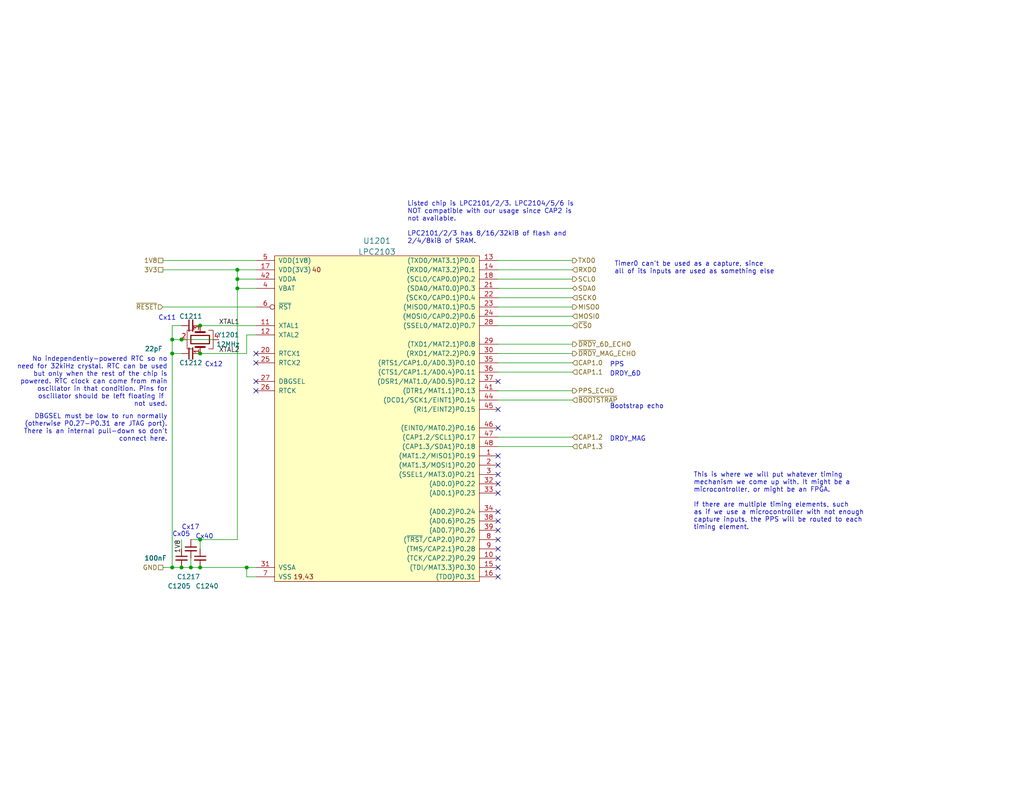
<source format=kicad_sch>
(kicad_sch (version 20230121) (generator eeschema)
  (paper "USLetter")
  (title_block (title "Rollercoasterometer") (date "2022-10-07") (company "Kwan Systems"))
  (lib_symbols
    (symbol "Device:C_Small" (pin_numbers hide) (pin_names (offset 0.254) hide)
      (property "Reference" "C" (at 0.254 1.778 0))
      (property "Value" "C_Small" (at 0.254 -2.032 0))
      (symbol "C_Small_0_1"
        (polyline (pts (xy -1.524 -0.508) (xy 1.524 -0.508)) (stroke (width 0.3302)))
        (polyline (pts (xy -1.524 0.508) (xy 1.524 0.508)) (stroke (width 0.3048)))
      )
      (symbol "C_Small_1_1"
        (pin passive line (at 0 2.54 270) (length 2.032) (name "~") (number "1"))
        (pin passive line (at 0 -2.54 90) (length 2.032) (name "~") (number "2"))
      )
    )
    (symbol "Device:Crystal_GND24" (pin_names (offset 1.016) hide)
      (property "Reference" "Y" (at 3.175 5.08 0))
      (property "Value" "Crystal_GND24" (at 3.175 3.175 0))
      (symbol "Crystal_GND24_0_1"
        (rectangle (start -1.143 2.54) (end 1.143 -2.54) (stroke (width 0.3048)))
        (polyline (pts (xy -2.54 0) (xy -2.032 0)))
        (polyline (pts (xy -2.032 -1.27) (xy -2.032 1.27)) (stroke (width 0.508)))
        (polyline (pts (xy 0 -3.81) (xy 0 -3.556)))
        (polyline (pts (xy 0 3.556) (xy 0 3.81)))
        (polyline (pts (xy 2.032 -1.27) (xy 2.032 1.27)) (stroke (width 0.508)))
        (polyline (pts (xy 2.032 0) (xy 2.54 0)))
        (polyline (pts (xy -2.54 -2.286) (xy -2.54 -3.556) (xy 2.54 -3.556) (xy 2.54 -2.286)))
        (polyline (pts (xy -2.54 2.286) (xy -2.54 3.556) (xy 2.54 3.556) (xy 2.54 2.286)))
      )
      (symbol "Crystal_GND24_1_1"
        (pin passive line (at -3.81 0 0) (length 1.27) (name "1") (number "1"))
        (pin passive line (at 0 5.08 270) (length 1.27) (name "2") (number "2"))
        (pin passive line (at 3.81 0 180) (length 1.27) (name "3") (number "3"))
        (pin passive line (at 0 -5.08 90) (length 1.27) (name "4") (number "4"))
      )
    )
    (symbol "KwanSystems:LPC2103" (pin_names (offset 1.016))
      (property "Reference" "U" (at 59.69 35.56 0))
      (property "Value" "LPC2103" (at 10.16 35.56 0))
      (symbol "LPC2103_0_0"
        (text "19,43" (at 10.16 -53.34 0) (effects (font (size 1.27 1.27)) (justify left)))
        (text "40" (at 16.51 30.48 0) (effects (font (size 1.27 1.27))))
      )
      (symbol "LPC2103_0_1"
        (rectangle (start 5.08 34.29) (end 60.96 -54.61) (fill (type background)))
      )
      (symbol "LPC2103_1_1"
        (pin bidirectional line (at 66.04 -20.32 180) (length 5.08) (name "(MAT1.2/MISO1)P0.19") (number "1"))
        (pin bidirectional line (at 66.04 -48.26 180) (length 5.08) (name "(TCK/CAP2.2)P0.29") (number "10"))
        (pin input line (at 0 15.24 0) (length 5.08) (name "XTAL1") (number "11"))
        (pin output line (at 0 12.7 0) (length 5.08) (name "XTAL2") (number "12"))
        (pin bidirectional line (at 66.04 33.02 180) (length 5.08) (name "(TXD0/MAT3.1)P0.0") (number "13"))
        (pin bidirectional line (at 66.04 30.48 180) (length 5.08) (name "(RXD0/MAT3.2)P0.1") (number "14"))
        (pin bidirectional line (at 66.04 -50.8 180) (length 5.08) (name "(TDI/MAT3.3)P0.30") (number "15"))
        (pin bidirectional line (at 66.04 -53.34 180) (length 5.08) (name "(TDO)P0.31") (number "16"))
        (pin power_in line (at 0 30.48 0) (length 5.08) (name "VDD(3V3)") (number "17"))
        (pin bidirectional line (at 66.04 27.94 180) (length 5.08) (name "(SCL0/CAP0.0)P0.2") (number "18"))
        (pin power_in line (at 0 -53.34 0) (length 5.08) hide (name "VSS") (number "19"))
        (pin bidirectional line (at 66.04 -22.86 180) (length 5.08) (name "(MAT1.3/MOSI1)P0.20") (number "2"))
        (pin input line (at 0 7.62 0) (length 5.08) (name "RTCX1") (number "20"))
        (pin bidirectional line (at 66.04 25.4 180) (length 5.08) (name "(SDA0/MAT0.0)P0.3") (number "21"))
        (pin bidirectional line (at 66.04 22.86 180) (length 5.08) (name "(SCK0/CAP0.1)P0.4") (number "22"))
        (pin bidirectional line (at 66.04 20.32 180) (length 5.08) (name "(MISO0/MAT0.1)P0.5") (number "23"))
        (pin bidirectional line (at 66.04 17.78 180) (length 5.08) (name "(MOSI0/CAP0.2)P0.6") (number "24"))
        (pin output line (at 0 5.08 0) (length 5.08) (name "RTCX2") (number "25"))
        (pin bidirectional line (at 0 -2.54 0) (length 5.08) (name "RTCK") (number "26"))
        (pin input line (at 0 0 0) (length 5.08) (name "DBGSEL") (number "27"))
        (pin bidirectional line (at 66.04 15.24 180) (length 5.08) (name "(SSEL0/MAT2.0)P0.7") (number "28"))
        (pin bidirectional line (at 66.04 10.16 180) (length 5.08) (name "(TXD1/MAT2.1)P0.8") (number "29"))
        (pin bidirectional line (at 66.04 -25.4 180) (length 5.08) (name "(SSEL1/MAT3.0)P0.21") (number "3"))
        (pin bidirectional line (at 66.04 7.62 180) (length 5.08) (name "(RXD1/MAT2.2)P0.9") (number "30"))
        (pin power_in line (at 0 -50.8 0) (length 5.08) (name "VSSA") (number "31"))
        (pin bidirectional line (at 66.04 -27.94 180) (length 5.08) (name "(AD0.0)P0.22") (number "32"))
        (pin bidirectional line (at 66.04 -30.48 180) (length 5.08) (name "(AD0.1)P0.23") (number "33"))
        (pin bidirectional line (at 66.04 -35.56 180) (length 5.08) (name "(AD0.2)P0.24") (number "34"))
        (pin bidirectional line (at 66.04 5.08 180) (length 5.08) (name "(RTS1/CAP1.0/AD0.3)P0.10") (number "35"))
        (pin bidirectional line (at 66.04 2.54 180) (length 5.08) (name "(CTS1/CAP1.1/AD0.4)P0.11") (number "36"))
        (pin bidirectional line (at 66.04 0 180) (length 5.08) (name "(DSR1/MAT1.0/AD0.5)P0.12") (number "37"))
        (pin bidirectional line (at 66.04 -38.1 180) (length 5.08) (name "(AD0.6)P0.25") (number "38"))
        (pin bidirectional line (at 66.04 -40.64 180) (length 5.08) (name "(AD0.7)P0.26") (number "39"))
        (pin power_in line (at 0 25.4 0) (length 5.08) (name "VBAT") (number "4"))
        (pin power_in line (at 0 30.48 0) (length 5.08) hide (name "VDD(3V3)") (number "40"))
        (pin bidirectional line (at 66.04 -2.54 180) (length 5.08) (name "(DTR1/MAT1.1)P0.13") (number "41"))
        (pin power_in line (at 0 27.94 0) (length 5.08) (name "VDDA") (number "42"))
        (pin power_in line (at 0 -53.34 0) (length 5.08) hide (name "VSS") (number "43"))
        (pin bidirectional line (at 66.04 -5.08 180) (length 5.08) (name "(DCD1/SCK1/EINT1)P0.14") (number "44"))
        (pin bidirectional line (at 66.04 -7.62 180) (length 5.08) (name "(RI1/EINT2)P0.15") (number "45"))
        (pin bidirectional line (at 66.04 -12.7 180) (length 5.08) (name "(EINT0/MAT0.2)P0.16") (number "46"))
        (pin bidirectional line (at 66.04 -15.24 180) (length 5.08) (name "(CAP1.2/SCL1)P0.17") (number "47"))
        (pin bidirectional line (at 66.04 -17.78 180) (length 5.08) (name "(CAP1.3/SDA1)P0.18") (number "48"))
        (pin power_in line (at 0 33.02 0) (length 5.08) (name "VDD(1V8)") (number "5"))
        (pin bidirectional inverted (at 0 20.32 0) (length 5.08) (name "~{RST}") (number "6"))
        (pin power_in line (at 0 -53.34 0) (length 5.08) (name "VSS") (number "7"))
        (pin bidirectional line (at 66.04 -43.18 180) (length 5.08) (name "(~{TRST}/CAP2.0)P0.27") (number "8"))
        (pin bidirectional line (at 66.04 -45.72 180) (length 5.08) (name "(TMS/CAP2.1)P0.28") (number "9"))
      )
    )
  )
  (junction (at 49.53 92.71))
  (junction (at 46.99 154.94))
  (junction (at 54.61 147.32))
  (junction (at 54.61 154.94))
  (junction (at 52.07 154.94))
  (junction (at 46.99 92.71))
  (junction (at 46.99 96.52))
  (junction (at 49.53 154.94))
  (junction (at 64.77 76.2))
  (junction (at 54.61 96.52))
  (junction (at 64.77 78.74))
  (junction (at 54.61 88.9))
  (junction (at 67.31 154.94))
  (junction (at 64.77 73.66))
  (no_connect (at 135.89 124.46))
  (no_connect (at 135.89 127))
  (no_connect (at 135.89 129.54))
  (no_connect (at 135.89 132.08))
  (no_connect (at 135.89 134.62))
  (no_connect (at 135.89 139.7))
  (no_connect (at 135.89 142.24))
  (no_connect (at 135.89 104.14))
  (no_connect (at 135.89 111.76))
  (no_connect (at 135.89 116.84))
  (no_connect (at 135.89 152.4))
  (no_connect (at 69.85 104.14))
  (no_connect (at 69.85 99.06))
  (no_connect (at 135.89 154.94))
  (no_connect (at 69.85 96.52))
  (no_connect (at 69.85 106.68))
  (no_connect (at 135.89 147.32))
  (no_connect (at 135.89 149.86))
  (no_connect (at 135.89 157.48))
  (no_connect (at 135.89 144.78))
  (wire (pts (xy 135.89 73.66) (xy 156.21 73.66)))
  (wire (pts (xy 54.61 147.32) (xy 54.61 149.86)))
  (wire (pts (xy 64.77 76.2) (xy 69.85 76.2)))
  (wire (pts (xy 135.89 99.06) (xy 156.21 99.06)))
  (wire (pts (xy 49.53 88.9) (xy 46.99 88.9)))
  (wire (pts (xy 46.99 92.71) (xy 46.99 96.52)))
  (wire (pts (xy 49.53 154.94) (xy 52.07 154.94)))
  (wire (pts (xy 49.53 147.32) (xy 49.53 149.86)))
  (wire (pts (xy 52.07 154.94) (xy 54.61 154.94)))
  (wire (pts (xy 44.45 73.66) (xy 64.77 73.66)))
  (wire (pts (xy 49.53 92.71) (xy 59.69 92.71)))
  (wire (pts (xy 64.77 78.74) (xy 69.85 78.74)))
  (wire (pts (xy 135.89 121.92) (xy 156.21 121.92)))
  (wire (pts (xy 54.61 147.32) (xy 52.07 147.32)))
  (wire (pts (xy 54.61 154.94) (xy 67.31 154.94)))
  (wire (pts (xy 67.31 157.48) (xy 69.85 157.48)))
  (wire (pts (xy 135.89 88.9) (xy 156.21 88.9)))
  (wire (pts (xy 46.99 92.71) (xy 49.53 92.71)))
  (wire (pts (xy 64.77 78.74) (xy 64.77 147.32)))
  (wire (pts (xy 64.77 73.66) (xy 69.85 73.66)))
  (wire (pts (xy 135.89 119.38) (xy 156.21 119.38)))
  (wire (pts (xy 44.45 154.94) (xy 46.99 154.94)))
  (wire (pts (xy 67.31 154.94) (xy 69.85 154.94)))
  (wire (pts (xy 135.89 96.52) (xy 156.21 96.52)))
  (wire (pts (xy 46.99 154.94) (xy 49.53 154.94)))
  (wire (pts (xy 44.45 71.12) (xy 69.85 71.12)))
  (wire (pts (xy 67.31 96.52) (xy 54.61 96.52)))
  (wire (pts (xy 135.89 83.82) (xy 156.21 83.82)))
  (wire (pts (xy 64.77 76.2) (xy 64.77 73.66)))
  (wire (pts (xy 135.89 109.22) (xy 156.21 109.22)))
  (wire (pts (xy 46.99 96.52) (xy 49.53 96.52)))
  (wire (pts (xy 44.45 83.82) (xy 69.85 83.82)))
  (wire (pts (xy 135.89 71.12) (xy 156.21 71.12)))
  (wire (pts (xy 67.31 91.44) (xy 67.31 96.52)))
  (wire (pts (xy 69.85 91.44) (xy 67.31 91.44)))
  (wire (pts (xy 67.31 154.94) (xy 67.31 157.48)))
  (wire (pts (xy 135.89 86.36) (xy 156.21 86.36)))
  (wire (pts (xy 135.89 78.74) (xy 156.21 78.74)))
  (wire (pts (xy 135.89 93.98) (xy 156.21 93.98)))
  (wire (pts (xy 135.89 81.28) (xy 156.21 81.28)))
  (wire (pts (xy 135.89 76.2) (xy 156.21 76.2)))
  (wire (pts (xy 54.61 88.9) (xy 69.85 88.9)))
  (wire (pts (xy 135.89 101.6) (xy 156.21 101.6)))
  (wire (pts (xy 52.07 152.4) (xy 52.07 154.94)))
  (wire (pts (xy 64.77 76.2) (xy 64.77 78.74)))
  (wire (pts (xy 135.89 106.68) (xy 156.21 106.68)))
  (wire (pts (xy 46.99 96.52) (xy 46.99 154.94)))
  (wire (pts (xy 54.61 147.32) (xy 64.77 147.32)))
  (wire (pts (xy 46.99 88.9) (xy 46.99 92.71)))
  (text "No independently-powered RTC so no\nneed for 32kiHz crystal. RTC can be used\nbut only when the rest of the chip is\npowered. RTC clock can come from main\noscillator in that condition. Pins for\noscillator should be left floating if \nnot used." (at 45.72 111.125 0) (effects (font (size 1.27 1.27)) (justify right bottom)))
  (text "Listed chip is LPC2101/2/3. LPC2104/5/6 is \nNOT compatible with our usage since CAP2 is\nnot available.\n\nLPC2101/2/3 has 8/16/32kiB of flash and \n2/4/8kiB of SRAM." (at 111.125 66.675 0) (effects (font (size 1.27 1.27)) (justify left bottom)))
  (text "PPS" (at 166.37 100.33 0) (effects (font (size 1.27 1.27)) (justify left bottom)))
  (text "Cx05" (at 46.99 146.685 0) (effects (font (size 1.27 1.27)) (justify left bottom)))
  (text "Timer0 can't be used as a capture, since\nall of its inputs are used as something else" (at 167.64 74.93 0) (effects (font (size 1.27 1.27)) (justify left bottom)))
  (text "DRDY_6D" (at 166.37 102.87 0) (effects (font (size 1.27 1.27)) (justify left bottom)))
  (text "Cx12" (at 55.88 100.33 0) (effects (font (size 1.27 1.27)) (justify left bottom)))
  (text "DBGSEL must be low to run normally\n(otherwise P0.27-P0.31 are JTAG port).\nThere is an internal pull-down so don't\nconnect here." (at 45.72 120.65 0) (effects (font (size 1.27 1.27)) (justify right bottom)))
  (text "DRDY_MAG" (at 166.37 120.65 0) (effects (font (size 1.27 1.27)) (justify left bottom)))
  (text "Cx17" (at 49.53 144.78 0) (effects (font (size 1.27 1.27)) (justify left bottom)))
  (text "This is where we will put whatever timing\nmechanism we come up with. It might be a\nmicrocontroller, or might be an FPGA.\n\nIf there are multiple timing elements, such\nas if we use a microcontroller with not enough\ncapture inputs, the PPS will be routed to each\ntiming element." (at 189.23 144.78 0) (effects (font (size 1.27 1.27)) (justify left bottom)))
  (text "Cx11" (at 43.18 87.63 0) (effects (font (size 1.27 1.27)) (justify left bottom)))
  (text "Cx40" (at 53.34 147.32 0) (effects (font (size 1.27 1.27)) (justify left bottom)))
  (text "Bootstrap echo" (at 166.37 111.76 0) (effects (font (size 1.27 1.27)) (justify left bottom)))
  (label "XTAL1" (at 59.69 88.9 0))
  (label "1V8" (at 49.53 147.32 270))
  (label "XTAL2" (at 59.69 96.52 0))
  (hierarchical_label "MOSI0" (shape input) (at 156.21 86.36 0))
  (hierarchical_label "~{DRDY}_MAG_ECHO" (shape output) (at 156.21 96.52 0))
  (hierarchical_label "CAP1.0" (shape input) (at 156.21 99.06 0))
  (hierarchical_label "SDA0" (shape bidirectional) (at 156.21 78.74 0))
  (hierarchical_label "3V3" (shape passive) (at 44.45 73.66 180))
  (hierarchical_label "~{RESET}" (shape input) (at 44.45 83.82 180))
  (hierarchical_label "SCL0" (shape output) (at 156.21 76.2 0))
  (hierarchical_label "CAP1.2" (shape input) (at 156.21 119.38 0))
  (hierarchical_label "CAP1.1" (shape input) (at 156.21 101.6 0))
  (hierarchical_label "1V8" (shape passive) (at 44.45 71.12 180))
  (hierarchical_label "~{BOOTSTRAP}" (shape input) (at 156.21 109.22 0))
  (hierarchical_label "SCK0" (shape input) (at 156.21 81.28 0))
  (hierarchical_label "PPS_ECHO" (shape output) (at 156.21 106.68 0))
  (hierarchical_label "CAP1.3" (shape input) (at 156.21 121.92 0))
  (hierarchical_label "GND" (shape passive) (at 44.45 154.94 180))
  (hierarchical_label "MISO0" (shape output) (at 156.21 83.82 0))
  (hierarchical_label "~{CS}0" (shape input) (at 156.21 88.9 0))
  (hierarchical_label "RXD0" (shape input) (at 156.21 73.66 0))
  (hierarchical_label "TXD0" (shape output) (at 156.21 71.12 0))
  (hierarchical_label "~{DRDY}_6D_ECHO" (shape output) (at 156.21 93.98 0))
  (symbol (lib_id "Device:C_Small") (at 49.53 152.4 0) (unit 1)
    (property "Reference" "C1205" (at 45.72 160.02 0) (effects (justify left)))
    (property "Value" "100nF" (at 39.37 152.4 0) (effects (justify left)))
    (property "Footprint" "Capacitor_SMD:C_0603_1608Metric" (effects hide))
    (property "Digikey" "399-C0402C104K4RAC7411CT-ND" (effects hide))
    (property "Number on hand" "24" (effects hide))
  )
  (symbol (lib_id "Device:C_Small") (at 52.07 149.86 0) (unit 1)
    (property "Reference" "C1217" (at 48.26 157.48 0) (effects (justify left)))
    (property "Value" "100nF" (at 39.37 152.4 0) (effects (justify left)))
    (property "Footprint" "Capacitor_SMD:C_0603_1608Metric" (effects hide))
    (property "Digikey" "399-C0402C104K4RAC7411CT-ND" (effects hide))
    (property "Number on hand" "24" (effects hide))
  )
  (symbol (lib_id "Device:Crystal_GND24") (at 54.61 92.71 90) (unit 1)
    (property "Reference" "Y1201" (at 62.23 91.44 90))
    (property "Value" "12MHz" (at 62.23 93.98 90))
    (property "Footprint" "Crystal:Crystal_SMD_Abracon_ABM8G-4Pin_3.2x2.5mm" (effects hide))
    (property "Datasheet" "https://abracon.com/Resonators/ABM8G.pdf" (effects hide))
    (property "Digikey" "535-14128-1-ND" (effects hide))
    (property "Part Number" "ABM8G-12.000MHZ-17-D2Y" (effects hide))
    (property "Load Capacitance" "18pF" (effects hide))
    (property "Temperature Range" "D - -40C ~ +85C" (effects hide))
    (property "Freq Tolerance" "2 - +/-20ppm" (effects hide))
    (property "Freq Stability" "Y - +/-30ppm" (effects hide))
    (property "Number on hand" "1" (effects hide))
    (property "Purpose" "Timer crystal" (effects hide))
  )
  (symbol (lib_id "Device:C_Small") (at 52.07 96.52 90) (unit 1)
    (property "Reference" "C1212" (at 52.07 99.06 90))
    (property "Value" "22pF" (at 41.91 95.25 90))
    (property "Footprint" "Capacitor_SMD:C_0603_1608Metric" (effects hide))
    (property "Digikey" "399-17554-1-ND" (effects hide))
    (property "Number on hand" "8" (effects hide))
  )
  (symbol (lib_id "Device:C_Small") (at 52.07 88.9 90) (unit 1)
    (property "Reference" "C1211" (at 52.07 86.36 90))
    (property "Value" "22pF" (at 41.91 95.25 90))
    (property "Footprint" "Capacitor_SMD:C_0603_1608Metric" (effects hide))
    (property "Digikey" "399-17554-1-ND" (effects hide))
    (property "Number on hand" "8" (effects hide))
  )
  (symbol (lib_id "KwanSystems:LPC2103") (at 69.85 104.14 0) (unit 1)
    (property "Reference" "U1201" (at 102.87 65.7659 0) (effects (font (size 1.524 1.524))))
    (property "Value" "LPC2103" (at 102.87 68.7593 0) (effects (font (size 1.524 1.524))))
    (property "Footprint" "Package_QFP:LQFP-48_7x7mm_P0.5mm" (effects hide))
    (property "Digikey" "568-LPC2103FBD48EL-ND" (effects hide))
    (property "Purpose" "Timer" (effects hide))
    (property "Number on hand" "4" (effects hide))
  )
  (symbol (lib_id "Device:C_Small") (at 54.61 152.4 0) (unit 1)
    (property "Reference" "C1240" (at 53.34 160.02 0) (effects (justify left)))
    (property "Value" "100nF" (at 39.37 152.4 0) (effects (justify left)))
    (property "Footprint" "Capacitor_SMD:C_0603_1608Metric" (effects hide))
    (property "Digikey" "399-C0402C104K4RAC7411CT-ND" (effects hide))
    (property "Number on hand" "24" (effects hide))
  )
)
</source>
